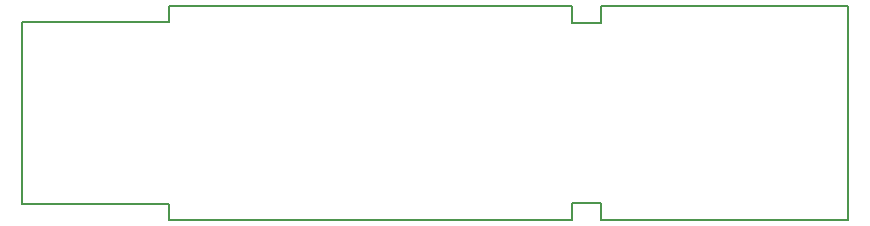
<source format=gbr>
G04 DipTrace 4.3.0.3*
G04 BoardOutline.gbr*
%MOIN*%
G04 #@! TF.FileFunction,Profile*
G04 #@! TF.Part,Single*
%ADD12C,0.005512*%
%FSLAX26Y26*%
G04*
G70*
G90*
G75*
G01*
G04 BoardOutline*
%LPD*%
X393701Y447274D2*
D12*
Y1052629D1*
X884941D1*
Y1106201D1*
X2228692D1*
Y1049951D1*
X2325566D1*
Y1106201D1*
X3149606Y1106211D1*
Y393701D1*
X2325566D1*
Y449951D1*
X2228692D1*
X2228690Y393701D1*
X884941D1*
Y447274D1*
X393701D1*
M02*

</source>
